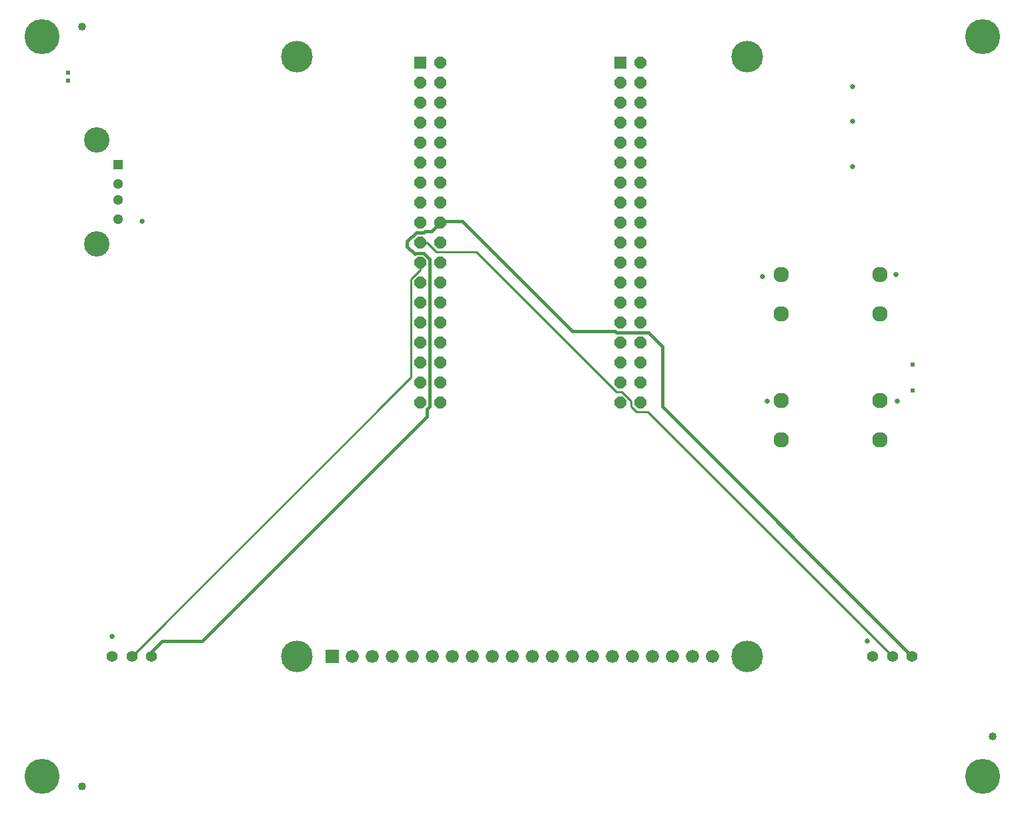
<source format=gbr>
G04 EAGLE Gerber RS-274X export*
G75*
%MOMM*%
%FSLAX34Y34*%
%LPD*%
%INBottom Copper*%
%IPPOS*%
%AMOC8*
5,1,8,0,0,1.08239X$1,22.5*%
G01*
%ADD10C,1.016000*%
%ADD11R,1.288000X1.288000*%
%ADD12C,1.288000*%
%ADD13C,3.220000*%
%ADD14R,1.676400X1.676400*%
%ADD15C,1.676400*%
%ADD16C,4.016000*%
%ADD17C,1.400000*%
%ADD18C,1.960000*%
%ADD19R,1.524000X1.524000*%
%ADD20P,1.649562X8X292.500000*%
%ADD21C,4.445000*%
%ADD22C,0.406400*%
%ADD23C,0.609600*%
%ADD24C,0.654800*%
%ADD25C,0.254000*%


D10*
X88900Y990600D03*
X88900Y25400D03*
X1244600Y88900D03*
D11*
X134620Y815340D03*
D12*
X134620Y790340D03*
X134620Y770340D03*
X134620Y745340D03*
D13*
X107520Y846040D03*
X107520Y714640D03*
D14*
X406400Y190500D03*
D15*
X431800Y190500D03*
X457200Y190500D03*
X482600Y190500D03*
X508000Y190500D03*
X533400Y190500D03*
X558800Y190500D03*
X584200Y190500D03*
X609600Y190500D03*
X635000Y190500D03*
X660400Y190500D03*
X685800Y190500D03*
X711200Y190500D03*
X736600Y190500D03*
X762000Y190500D03*
X787400Y190500D03*
X812800Y190500D03*
X838200Y190500D03*
X863600Y190500D03*
X889000Y190500D03*
D16*
X361950Y190500D03*
X933450Y190500D03*
X361950Y952500D03*
X933450Y952500D03*
D17*
X177400Y190500D03*
X152400Y190500D03*
X127400Y190500D03*
X1142600Y190500D03*
X1117600Y190500D03*
X1092600Y190500D03*
D18*
X976360Y465220D03*
X976360Y515220D03*
X1101360Y515220D03*
X1101360Y465220D03*
X976360Y625240D03*
X976360Y675240D03*
X1101360Y675240D03*
X1101360Y625240D03*
D19*
X517900Y944200D03*
D20*
X543300Y944200D03*
X517900Y918800D03*
X543300Y918800D03*
X517900Y893400D03*
X543300Y893400D03*
X517900Y868000D03*
X543300Y868000D03*
X517900Y842600D03*
X543300Y842600D03*
X517900Y817200D03*
X543300Y817200D03*
X517900Y791800D03*
X543300Y791800D03*
X517900Y766400D03*
X543300Y766400D03*
X517900Y741000D03*
X543300Y741000D03*
X517900Y715600D03*
X543300Y715600D03*
X517900Y690200D03*
X543300Y690200D03*
X517900Y664800D03*
X543300Y664800D03*
X517900Y639400D03*
X543300Y639400D03*
X517900Y614000D03*
X543300Y614000D03*
X517900Y588600D03*
X543300Y588600D03*
X517900Y563200D03*
X543300Y563200D03*
X517900Y537800D03*
X543300Y537800D03*
X517900Y512400D03*
X543300Y512400D03*
D19*
X771900Y944200D03*
D20*
X797300Y944200D03*
X771900Y918800D03*
X797300Y918800D03*
X771900Y893400D03*
X797300Y893400D03*
X771900Y868000D03*
X797300Y868000D03*
X771900Y842600D03*
X797300Y842600D03*
X771900Y817200D03*
X797300Y817200D03*
X771900Y791800D03*
X797300Y791800D03*
X771900Y766400D03*
X797300Y766400D03*
X771900Y741000D03*
X797300Y741000D03*
X771900Y715600D03*
X797300Y715600D03*
X771900Y690200D03*
X797300Y690200D03*
X771900Y664800D03*
X797300Y664800D03*
X771900Y639400D03*
X797300Y639400D03*
X771900Y614000D03*
X797300Y614000D03*
X771900Y588600D03*
X797300Y588600D03*
X771900Y563200D03*
X797300Y563200D03*
X771900Y537800D03*
X797300Y537800D03*
X771900Y512400D03*
X797300Y512400D03*
D21*
X1231900Y977900D03*
X38100Y977900D03*
X38100Y38100D03*
X1231900Y38100D03*
D22*
X1142600Y190500D02*
X825500Y507600D01*
X766850Y601808D02*
X765408Y603250D01*
X711200Y603250D01*
X766850Y601808D02*
X807892Y601808D01*
X711200Y603250D02*
X571500Y742950D01*
X545250Y742950D01*
X543300Y741000D01*
X825500Y584200D02*
X825500Y507600D01*
X825500Y584200D02*
X807892Y601808D01*
X543300Y741000D02*
X532550Y730250D01*
X524392Y730250D01*
X522950Y728808D01*
X512908Y728808D01*
X501650Y717550D01*
X501650Y711200D01*
X511654Y701196D01*
X512850Y702392D01*
X522950Y702392D01*
X530092Y695250D01*
X530092Y507350D02*
X527050Y504308D01*
X527050Y495300D01*
X530092Y507350D02*
X530092Y695250D01*
X527050Y495300D02*
X241300Y209550D01*
X190500Y209550D01*
X177400Y196450D01*
X177400Y190500D01*
D23*
X71120Y932180D03*
X71120Y922020D03*
D24*
X165100Y742950D03*
X127000Y215900D03*
X1066800Y914400D03*
X1066800Y869950D03*
X1066800Y812800D03*
X952500Y673100D03*
X1085850Y209550D03*
X1121810Y675240D03*
X958850Y514350D03*
X1123950Y514350D03*
D23*
X1143000Y561340D03*
X1143000Y528320D03*
D25*
X792566Y500970D02*
X785870Y507666D01*
X807130Y500970D02*
X1117600Y190500D01*
X527136Y715600D02*
X517900Y715600D01*
X792566Y500970D02*
X807130Y500970D01*
X538566Y704170D02*
X527136Y715600D01*
X785870Y514595D02*
X785870Y507666D01*
X785870Y514595D02*
X774095Y526370D01*
X767166Y526370D01*
X589366Y704170D01*
X538566Y704170D01*
X506470Y544570D02*
X152400Y190500D01*
X517900Y680965D02*
X517900Y690200D01*
X517900Y680965D02*
X506470Y669535D01*
X506470Y544570D01*
M02*

</source>
